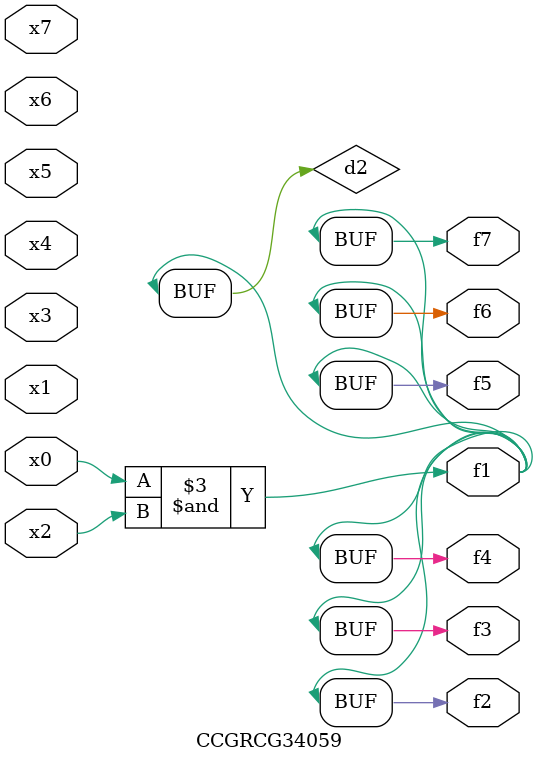
<source format=v>
module CCGRCG34059(
	input x0, x1, x2, x3, x4, x5, x6, x7,
	output f1, f2, f3, f4, f5, f6, f7
);

	wire d1, d2;

	nor (d1, x3, x6);
	and (d2, x0, x2);
	assign f1 = d2;
	assign f2 = d2;
	assign f3 = d2;
	assign f4 = d2;
	assign f5 = d2;
	assign f6 = d2;
	assign f7 = d2;
endmodule

</source>
